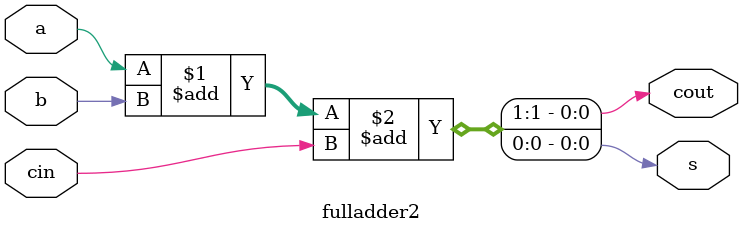
<source format=v>
`timescale 1ns / 1ns

module fulladder(
    output reg cout,
    output reg s,
    input a,
    input b,
    input cin
);
    always @(a or b or cin) begin
        {cout, s} = a + b + cin;
    end
endmodule

module fulladder2(
    output cout,
    output s,
    input a,
    input b,
    input cin
);
    assign {cout, s} = a + b + cin;
endmodule

</source>
